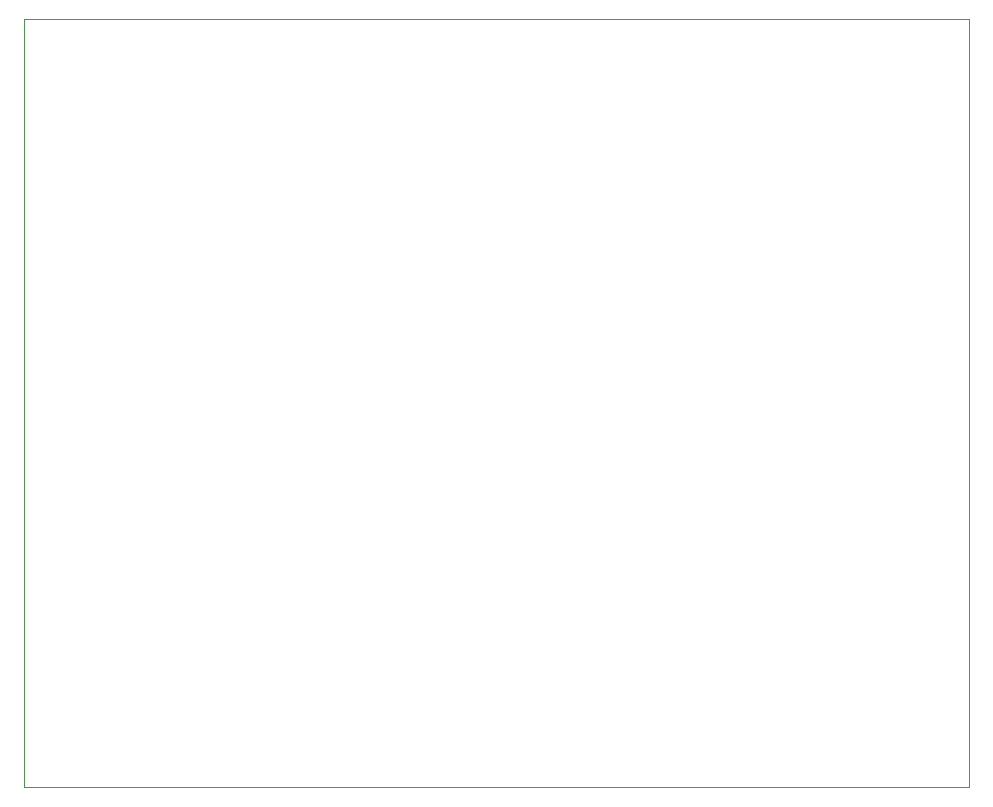
<source format=gtp>
%TF.GenerationSoftware,KiCad,Pcbnew,7.0.1-0*%
%TF.CreationDate,2023-03-27T18:44:23+09:00*%
%TF.ProjectId,ProgrammingShield V1.0,50726f67-7261-46d6-9d69-6e6753686965,rev?*%
%TF.SameCoordinates,Original*%
%TF.FileFunction,Paste,Top*%
%TF.FilePolarity,Positive*%
%FSLAX46Y46*%
G04 Gerber Fmt 4.6, Leading zero omitted, Abs format (unit mm)*
G04 Created by KiCad (PCBNEW 7.0.1-0) date 2023-03-27 18:44:23*
%MOMM*%
%LPD*%
G01*
G04 APERTURE LIST*
%TA.AperFunction,Profile*%
%ADD10C,0.100000*%
%TD*%
G04 APERTURE END LIST*
D10*
X110100000Y-65100000D02*
X190100000Y-65100000D01*
X190100000Y-130100000D01*
X110100000Y-130100000D01*
X110100000Y-65100000D01*
M02*

</source>
